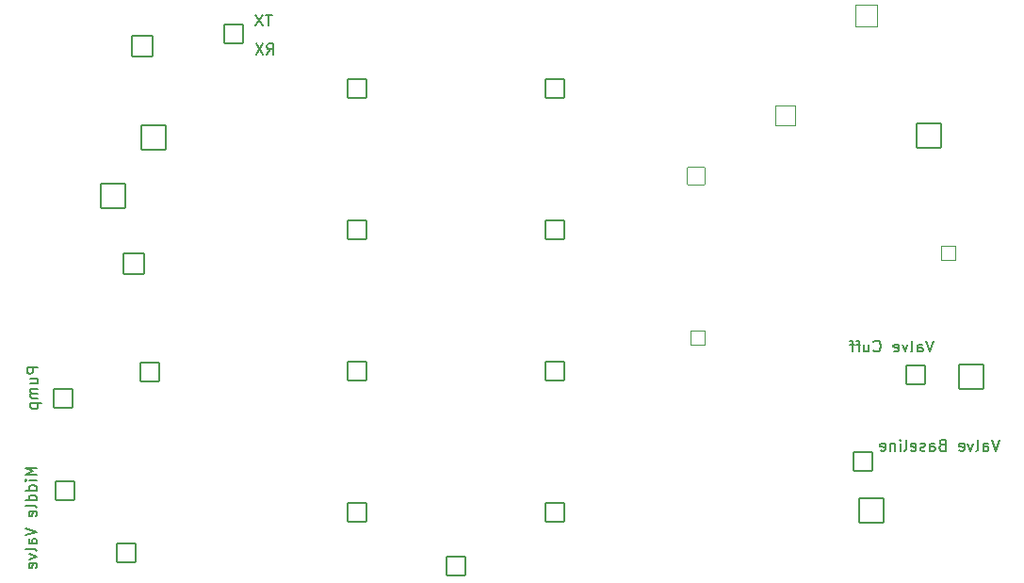
<source format=gbo>
%TF.GenerationSoftware,KiCad,Pcbnew,7.0.9*%
%TF.CreationDate,2024-06-04T21:04:58+02:00*%
%TF.ProjectId,Differential,44696666-6572-4656-9e74-69616c2e6b69,rev?*%
%TF.SameCoordinates,Original*%
%TF.FileFunction,Legend,Bot*%
%TF.FilePolarity,Positive*%
%FSLAX46Y46*%
G04 Gerber Fmt 4.6, Leading zero omitted, Abs format (unit mm)*
G04 Created by KiCad (PCBNEW 7.0.9) date 2024-06-04 21:04:58*
%MOMM*%
%LPD*%
G01*
G04 APERTURE LIST*
G04 Aperture macros list*
%AMRoundRect*
0 Rectangle with rounded corners*
0 $1 Rounding radius*
0 $2 $3 $4 $5 $6 $7 $8 $9 X,Y pos of 4 corners*
0 Add a 4 corners polygon primitive as box body*
4,1,4,$2,$3,$4,$5,$6,$7,$8,$9,$2,$3,0*
0 Add four circle primitives for the rounded corners*
1,1,$1+$1,$2,$3*
1,1,$1+$1,$4,$5*
1,1,$1+$1,$6,$7*
1,1,$1+$1,$8,$9*
0 Add four rect primitives between the rounded corners*
20,1,$1+$1,$2,$3,$4,$5,0*
20,1,$1+$1,$4,$5,$6,$7,0*
20,1,$1+$1,$6,$7,$8,$9,0*
20,1,$1+$1,$8,$9,$2,$3,0*%
G04 Aperture macros list end*
%ADD10C,0.150000*%
%ADD11RoundRect,0.050000X1.100000X1.100000X-1.100000X1.100000X-1.100000X-1.100000X1.100000X-1.100000X0*%
%ADD12O,2.300000X2.300000*%
%ADD13RoundRect,0.050000X-0.900000X-0.900000X0.900000X-0.900000X0.900000X0.900000X-0.900000X0.900000X0*%
%ADD14C,1.900000*%
%ADD15RoundRect,0.102000X0.925000X0.925000X-0.925000X0.925000X-0.925000X-0.925000X0.925000X-0.925000X0*%
%ADD16C,2.054000*%
%ADD17RoundRect,0.050000X-1.100000X-1.100000X1.100000X-1.100000X1.100000X1.100000X-1.100000X1.100000X0*%
%ADD18RoundRect,0.050000X0.850000X0.850000X-0.850000X0.850000X-0.850000X-0.850000X0.850000X-0.850000X0*%
%ADD19O,1.800000X1.800000*%
%ADD20RoundRect,0.050000X0.850000X-0.850000X0.850000X0.850000X-0.850000X0.850000X-0.850000X-0.850000X0*%
%ADD21RoundRect,0.050000X-0.650000X-0.650000X0.650000X-0.650000X0.650000X0.650000X-0.650000X0.650000X0*%
%ADD22C,1.400000*%
%ADD23O,1.200000X1.800000*%
%ADD24RoundRect,0.050000X-0.850000X-0.850000X0.850000X-0.850000X0.850000X0.850000X-0.850000X0.850000X0*%
%ADD25O,1.900000X1.900000*%
%ADD26O,1.600000X1.600000*%
%ADD27RoundRect,0.050000X-0.850000X0.850000X-0.850000X-0.850000X0.850000X-0.850000X0.850000X0.850000X0*%
%ADD28RoundRect,0.050000X-1.000000X0.952500X-1.000000X-0.952500X1.000000X-0.952500X1.000000X0.952500X0*%
%ADD29O,2.100000X2.005000*%
%ADD30RoundRect,0.050000X1.100000X-1.100000X1.100000X1.100000X-1.100000X1.100000X-1.100000X-1.100000X0*%
%ADD31O,1.700000X1.700000*%
%ADD32RoundRect,0.050000X-0.800000X-0.800000X0.800000X-0.800000X0.800000X0.800000X-0.800000X0.800000X0*%
G04 APERTURE END LIST*
D10*
X175656077Y-94469819D02*
X175084649Y-94469819D01*
X175370363Y-95469819D02*
X175370363Y-94469819D01*
X174846553Y-94469819D02*
X174179887Y-95469819D01*
X174179887Y-94469819D02*
X174846553Y-95469819D01*
X154469819Y-135186779D02*
X153469819Y-135186779D01*
X153469819Y-135186779D02*
X154184104Y-135520112D01*
X154184104Y-135520112D02*
X153469819Y-135853445D01*
X153469819Y-135853445D02*
X154469819Y-135853445D01*
X154469819Y-136329636D02*
X153803152Y-136329636D01*
X153469819Y-136329636D02*
X153517438Y-136282017D01*
X153517438Y-136282017D02*
X153565057Y-136329636D01*
X153565057Y-136329636D02*
X153517438Y-136377255D01*
X153517438Y-136377255D02*
X153469819Y-136329636D01*
X153469819Y-136329636D02*
X153565057Y-136329636D01*
X154469819Y-137234397D02*
X153469819Y-137234397D01*
X154422200Y-137234397D02*
X154469819Y-137139159D01*
X154469819Y-137139159D02*
X154469819Y-136948683D01*
X154469819Y-136948683D02*
X154422200Y-136853445D01*
X154422200Y-136853445D02*
X154374580Y-136805826D01*
X154374580Y-136805826D02*
X154279342Y-136758207D01*
X154279342Y-136758207D02*
X153993628Y-136758207D01*
X153993628Y-136758207D02*
X153898390Y-136805826D01*
X153898390Y-136805826D02*
X153850771Y-136853445D01*
X153850771Y-136853445D02*
X153803152Y-136948683D01*
X153803152Y-136948683D02*
X153803152Y-137139159D01*
X153803152Y-137139159D02*
X153850771Y-137234397D01*
X154469819Y-138139159D02*
X153469819Y-138139159D01*
X154422200Y-138139159D02*
X154469819Y-138043921D01*
X154469819Y-138043921D02*
X154469819Y-137853445D01*
X154469819Y-137853445D02*
X154422200Y-137758207D01*
X154422200Y-137758207D02*
X154374580Y-137710588D01*
X154374580Y-137710588D02*
X154279342Y-137662969D01*
X154279342Y-137662969D02*
X153993628Y-137662969D01*
X153993628Y-137662969D02*
X153898390Y-137710588D01*
X153898390Y-137710588D02*
X153850771Y-137758207D01*
X153850771Y-137758207D02*
X153803152Y-137853445D01*
X153803152Y-137853445D02*
X153803152Y-138043921D01*
X153803152Y-138043921D02*
X153850771Y-138139159D01*
X154469819Y-138758207D02*
X154422200Y-138662969D01*
X154422200Y-138662969D02*
X154326961Y-138615350D01*
X154326961Y-138615350D02*
X153469819Y-138615350D01*
X154422200Y-139520112D02*
X154469819Y-139424874D01*
X154469819Y-139424874D02*
X154469819Y-139234398D01*
X154469819Y-139234398D02*
X154422200Y-139139160D01*
X154422200Y-139139160D02*
X154326961Y-139091541D01*
X154326961Y-139091541D02*
X153946009Y-139091541D01*
X153946009Y-139091541D02*
X153850771Y-139139160D01*
X153850771Y-139139160D02*
X153803152Y-139234398D01*
X153803152Y-139234398D02*
X153803152Y-139424874D01*
X153803152Y-139424874D02*
X153850771Y-139520112D01*
X153850771Y-139520112D02*
X153946009Y-139567731D01*
X153946009Y-139567731D02*
X154041247Y-139567731D01*
X154041247Y-139567731D02*
X154136485Y-139091541D01*
X153469819Y-140615351D02*
X154469819Y-140948684D01*
X154469819Y-140948684D02*
X153469819Y-141282017D01*
X154469819Y-142043922D02*
X153946009Y-142043922D01*
X153946009Y-142043922D02*
X153850771Y-141996303D01*
X153850771Y-141996303D02*
X153803152Y-141901065D01*
X153803152Y-141901065D02*
X153803152Y-141710589D01*
X153803152Y-141710589D02*
X153850771Y-141615351D01*
X154422200Y-142043922D02*
X154469819Y-141948684D01*
X154469819Y-141948684D02*
X154469819Y-141710589D01*
X154469819Y-141710589D02*
X154422200Y-141615351D01*
X154422200Y-141615351D02*
X154326961Y-141567732D01*
X154326961Y-141567732D02*
X154231723Y-141567732D01*
X154231723Y-141567732D02*
X154136485Y-141615351D01*
X154136485Y-141615351D02*
X154088866Y-141710589D01*
X154088866Y-141710589D02*
X154088866Y-141948684D01*
X154088866Y-141948684D02*
X154041247Y-142043922D01*
X154469819Y-142662970D02*
X154422200Y-142567732D01*
X154422200Y-142567732D02*
X154326961Y-142520113D01*
X154326961Y-142520113D02*
X153469819Y-142520113D01*
X153803152Y-142948685D02*
X154469819Y-143186780D01*
X154469819Y-143186780D02*
X153803152Y-143424875D01*
X154422200Y-144186780D02*
X154469819Y-144091542D01*
X154469819Y-144091542D02*
X154469819Y-143901066D01*
X154469819Y-143901066D02*
X154422200Y-143805828D01*
X154422200Y-143805828D02*
X154326961Y-143758209D01*
X154326961Y-143758209D02*
X153946009Y-143758209D01*
X153946009Y-143758209D02*
X153850771Y-143805828D01*
X153850771Y-143805828D02*
X153803152Y-143901066D01*
X153803152Y-143901066D02*
X153803152Y-144091542D01*
X153803152Y-144091542D02*
X153850771Y-144186780D01*
X153850771Y-144186780D02*
X153946009Y-144234399D01*
X153946009Y-144234399D02*
X154041247Y-144234399D01*
X154041247Y-144234399D02*
X154136485Y-143758209D01*
X175191792Y-98069819D02*
X175525125Y-97593628D01*
X175763220Y-98069819D02*
X175763220Y-97069819D01*
X175763220Y-97069819D02*
X175382268Y-97069819D01*
X175382268Y-97069819D02*
X175287030Y-97117438D01*
X175287030Y-97117438D02*
X175239411Y-97165057D01*
X175239411Y-97165057D02*
X175191792Y-97260295D01*
X175191792Y-97260295D02*
X175191792Y-97403152D01*
X175191792Y-97403152D02*
X175239411Y-97498390D01*
X175239411Y-97498390D02*
X175287030Y-97546009D01*
X175287030Y-97546009D02*
X175382268Y-97593628D01*
X175382268Y-97593628D02*
X175763220Y-97593628D01*
X174858458Y-97069819D02*
X174191792Y-98069819D01*
X174191792Y-97069819D02*
X174858458Y-98069819D01*
X241006077Y-132669819D02*
X240672744Y-133669819D01*
X240672744Y-133669819D02*
X240339411Y-132669819D01*
X239577506Y-133669819D02*
X239577506Y-133146009D01*
X239577506Y-133146009D02*
X239625125Y-133050771D01*
X239625125Y-133050771D02*
X239720363Y-133003152D01*
X239720363Y-133003152D02*
X239910839Y-133003152D01*
X239910839Y-133003152D02*
X240006077Y-133050771D01*
X239577506Y-133622200D02*
X239672744Y-133669819D01*
X239672744Y-133669819D02*
X239910839Y-133669819D01*
X239910839Y-133669819D02*
X240006077Y-133622200D01*
X240006077Y-133622200D02*
X240053696Y-133526961D01*
X240053696Y-133526961D02*
X240053696Y-133431723D01*
X240053696Y-133431723D02*
X240006077Y-133336485D01*
X240006077Y-133336485D02*
X239910839Y-133288866D01*
X239910839Y-133288866D02*
X239672744Y-133288866D01*
X239672744Y-133288866D02*
X239577506Y-133241247D01*
X238958458Y-133669819D02*
X239053696Y-133622200D01*
X239053696Y-133622200D02*
X239101315Y-133526961D01*
X239101315Y-133526961D02*
X239101315Y-132669819D01*
X238672743Y-133003152D02*
X238434648Y-133669819D01*
X238434648Y-133669819D02*
X238196553Y-133003152D01*
X237434648Y-133622200D02*
X237529886Y-133669819D01*
X237529886Y-133669819D02*
X237720362Y-133669819D01*
X237720362Y-133669819D02*
X237815600Y-133622200D01*
X237815600Y-133622200D02*
X237863219Y-133526961D01*
X237863219Y-133526961D02*
X237863219Y-133146009D01*
X237863219Y-133146009D02*
X237815600Y-133050771D01*
X237815600Y-133050771D02*
X237720362Y-133003152D01*
X237720362Y-133003152D02*
X237529886Y-133003152D01*
X237529886Y-133003152D02*
X237434648Y-133050771D01*
X237434648Y-133050771D02*
X237387029Y-133146009D01*
X237387029Y-133146009D02*
X237387029Y-133241247D01*
X237387029Y-133241247D02*
X237863219Y-133336485D01*
X235863219Y-133146009D02*
X235720362Y-133193628D01*
X235720362Y-133193628D02*
X235672743Y-133241247D01*
X235672743Y-133241247D02*
X235625124Y-133336485D01*
X235625124Y-133336485D02*
X235625124Y-133479342D01*
X235625124Y-133479342D02*
X235672743Y-133574580D01*
X235672743Y-133574580D02*
X235720362Y-133622200D01*
X235720362Y-133622200D02*
X235815600Y-133669819D01*
X235815600Y-133669819D02*
X236196552Y-133669819D01*
X236196552Y-133669819D02*
X236196552Y-132669819D01*
X236196552Y-132669819D02*
X235863219Y-132669819D01*
X235863219Y-132669819D02*
X235767981Y-132717438D01*
X235767981Y-132717438D02*
X235720362Y-132765057D01*
X235720362Y-132765057D02*
X235672743Y-132860295D01*
X235672743Y-132860295D02*
X235672743Y-132955533D01*
X235672743Y-132955533D02*
X235720362Y-133050771D01*
X235720362Y-133050771D02*
X235767981Y-133098390D01*
X235767981Y-133098390D02*
X235863219Y-133146009D01*
X235863219Y-133146009D02*
X236196552Y-133146009D01*
X234767981Y-133669819D02*
X234767981Y-133146009D01*
X234767981Y-133146009D02*
X234815600Y-133050771D01*
X234815600Y-133050771D02*
X234910838Y-133003152D01*
X234910838Y-133003152D02*
X235101314Y-133003152D01*
X235101314Y-133003152D02*
X235196552Y-133050771D01*
X234767981Y-133622200D02*
X234863219Y-133669819D01*
X234863219Y-133669819D02*
X235101314Y-133669819D01*
X235101314Y-133669819D02*
X235196552Y-133622200D01*
X235196552Y-133622200D02*
X235244171Y-133526961D01*
X235244171Y-133526961D02*
X235244171Y-133431723D01*
X235244171Y-133431723D02*
X235196552Y-133336485D01*
X235196552Y-133336485D02*
X235101314Y-133288866D01*
X235101314Y-133288866D02*
X234863219Y-133288866D01*
X234863219Y-133288866D02*
X234767981Y-133241247D01*
X234339409Y-133622200D02*
X234244171Y-133669819D01*
X234244171Y-133669819D02*
X234053695Y-133669819D01*
X234053695Y-133669819D02*
X233958457Y-133622200D01*
X233958457Y-133622200D02*
X233910838Y-133526961D01*
X233910838Y-133526961D02*
X233910838Y-133479342D01*
X233910838Y-133479342D02*
X233958457Y-133384104D01*
X233958457Y-133384104D02*
X234053695Y-133336485D01*
X234053695Y-133336485D02*
X234196552Y-133336485D01*
X234196552Y-133336485D02*
X234291790Y-133288866D01*
X234291790Y-133288866D02*
X234339409Y-133193628D01*
X234339409Y-133193628D02*
X234339409Y-133146009D01*
X234339409Y-133146009D02*
X234291790Y-133050771D01*
X234291790Y-133050771D02*
X234196552Y-133003152D01*
X234196552Y-133003152D02*
X234053695Y-133003152D01*
X234053695Y-133003152D02*
X233958457Y-133050771D01*
X233101314Y-133622200D02*
X233196552Y-133669819D01*
X233196552Y-133669819D02*
X233387028Y-133669819D01*
X233387028Y-133669819D02*
X233482266Y-133622200D01*
X233482266Y-133622200D02*
X233529885Y-133526961D01*
X233529885Y-133526961D02*
X233529885Y-133146009D01*
X233529885Y-133146009D02*
X233482266Y-133050771D01*
X233482266Y-133050771D02*
X233387028Y-133003152D01*
X233387028Y-133003152D02*
X233196552Y-133003152D01*
X233196552Y-133003152D02*
X233101314Y-133050771D01*
X233101314Y-133050771D02*
X233053695Y-133146009D01*
X233053695Y-133146009D02*
X233053695Y-133241247D01*
X233053695Y-133241247D02*
X233529885Y-133336485D01*
X232482266Y-133669819D02*
X232577504Y-133622200D01*
X232577504Y-133622200D02*
X232625123Y-133526961D01*
X232625123Y-133526961D02*
X232625123Y-132669819D01*
X232101313Y-133669819D02*
X232101313Y-133003152D01*
X232101313Y-132669819D02*
X232148932Y-132717438D01*
X232148932Y-132717438D02*
X232101313Y-132765057D01*
X232101313Y-132765057D02*
X232053694Y-132717438D01*
X232053694Y-132717438D02*
X232101313Y-132669819D01*
X232101313Y-132669819D02*
X232101313Y-132765057D01*
X231625123Y-133003152D02*
X231625123Y-133669819D01*
X231625123Y-133098390D02*
X231577504Y-133050771D01*
X231577504Y-133050771D02*
X231482266Y-133003152D01*
X231482266Y-133003152D02*
X231339409Y-133003152D01*
X231339409Y-133003152D02*
X231244171Y-133050771D01*
X231244171Y-133050771D02*
X231196552Y-133146009D01*
X231196552Y-133146009D02*
X231196552Y-133669819D01*
X230339409Y-133622200D02*
X230434647Y-133669819D01*
X230434647Y-133669819D02*
X230625123Y-133669819D01*
X230625123Y-133669819D02*
X230720361Y-133622200D01*
X230720361Y-133622200D02*
X230767980Y-133526961D01*
X230767980Y-133526961D02*
X230767980Y-133146009D01*
X230767980Y-133146009D02*
X230720361Y-133050771D01*
X230720361Y-133050771D02*
X230625123Y-133003152D01*
X230625123Y-133003152D02*
X230434647Y-133003152D01*
X230434647Y-133003152D02*
X230339409Y-133050771D01*
X230339409Y-133050771D02*
X230291790Y-133146009D01*
X230291790Y-133146009D02*
X230291790Y-133241247D01*
X230291790Y-133241247D02*
X230767980Y-133336485D01*
X235106077Y-123769819D02*
X234772744Y-124769819D01*
X234772744Y-124769819D02*
X234439411Y-123769819D01*
X233677506Y-124769819D02*
X233677506Y-124246009D01*
X233677506Y-124246009D02*
X233725125Y-124150771D01*
X233725125Y-124150771D02*
X233820363Y-124103152D01*
X233820363Y-124103152D02*
X234010839Y-124103152D01*
X234010839Y-124103152D02*
X234106077Y-124150771D01*
X233677506Y-124722200D02*
X233772744Y-124769819D01*
X233772744Y-124769819D02*
X234010839Y-124769819D01*
X234010839Y-124769819D02*
X234106077Y-124722200D01*
X234106077Y-124722200D02*
X234153696Y-124626961D01*
X234153696Y-124626961D02*
X234153696Y-124531723D01*
X234153696Y-124531723D02*
X234106077Y-124436485D01*
X234106077Y-124436485D02*
X234010839Y-124388866D01*
X234010839Y-124388866D02*
X233772744Y-124388866D01*
X233772744Y-124388866D02*
X233677506Y-124341247D01*
X233058458Y-124769819D02*
X233153696Y-124722200D01*
X233153696Y-124722200D02*
X233201315Y-124626961D01*
X233201315Y-124626961D02*
X233201315Y-123769819D01*
X232772743Y-124103152D02*
X232534648Y-124769819D01*
X232534648Y-124769819D02*
X232296553Y-124103152D01*
X231534648Y-124722200D02*
X231629886Y-124769819D01*
X231629886Y-124769819D02*
X231820362Y-124769819D01*
X231820362Y-124769819D02*
X231915600Y-124722200D01*
X231915600Y-124722200D02*
X231963219Y-124626961D01*
X231963219Y-124626961D02*
X231963219Y-124246009D01*
X231963219Y-124246009D02*
X231915600Y-124150771D01*
X231915600Y-124150771D02*
X231820362Y-124103152D01*
X231820362Y-124103152D02*
X231629886Y-124103152D01*
X231629886Y-124103152D02*
X231534648Y-124150771D01*
X231534648Y-124150771D02*
X231487029Y-124246009D01*
X231487029Y-124246009D02*
X231487029Y-124341247D01*
X231487029Y-124341247D02*
X231963219Y-124436485D01*
X229725124Y-124674580D02*
X229772743Y-124722200D01*
X229772743Y-124722200D02*
X229915600Y-124769819D01*
X229915600Y-124769819D02*
X230010838Y-124769819D01*
X230010838Y-124769819D02*
X230153695Y-124722200D01*
X230153695Y-124722200D02*
X230248933Y-124626961D01*
X230248933Y-124626961D02*
X230296552Y-124531723D01*
X230296552Y-124531723D02*
X230344171Y-124341247D01*
X230344171Y-124341247D02*
X230344171Y-124198390D01*
X230344171Y-124198390D02*
X230296552Y-124007914D01*
X230296552Y-124007914D02*
X230248933Y-123912676D01*
X230248933Y-123912676D02*
X230153695Y-123817438D01*
X230153695Y-123817438D02*
X230010838Y-123769819D01*
X230010838Y-123769819D02*
X229915600Y-123769819D01*
X229915600Y-123769819D02*
X229772743Y-123817438D01*
X229772743Y-123817438D02*
X229725124Y-123865057D01*
X228867981Y-124103152D02*
X228867981Y-124769819D01*
X229296552Y-124103152D02*
X229296552Y-124626961D01*
X229296552Y-124626961D02*
X229248933Y-124722200D01*
X229248933Y-124722200D02*
X229153695Y-124769819D01*
X229153695Y-124769819D02*
X229010838Y-124769819D01*
X229010838Y-124769819D02*
X228915600Y-124722200D01*
X228915600Y-124722200D02*
X228867981Y-124674580D01*
X228534647Y-124103152D02*
X228153695Y-124103152D01*
X228391790Y-124769819D02*
X228391790Y-123912676D01*
X228391790Y-123912676D02*
X228344171Y-123817438D01*
X228344171Y-123817438D02*
X228248933Y-123769819D01*
X228248933Y-123769819D02*
X228153695Y-123769819D01*
X227963218Y-124103152D02*
X227582266Y-124103152D01*
X227820361Y-124769819D02*
X227820361Y-123912676D01*
X227820361Y-123912676D02*
X227772742Y-123817438D01*
X227772742Y-123817438D02*
X227677504Y-123769819D01*
X227677504Y-123769819D02*
X227582266Y-123769819D01*
X154619819Y-126186779D02*
X153619819Y-126186779D01*
X153619819Y-126186779D02*
X153619819Y-126567731D01*
X153619819Y-126567731D02*
X153667438Y-126662969D01*
X153667438Y-126662969D02*
X153715057Y-126710588D01*
X153715057Y-126710588D02*
X153810295Y-126758207D01*
X153810295Y-126758207D02*
X153953152Y-126758207D01*
X153953152Y-126758207D02*
X154048390Y-126710588D01*
X154048390Y-126710588D02*
X154096009Y-126662969D01*
X154096009Y-126662969D02*
X154143628Y-126567731D01*
X154143628Y-126567731D02*
X154143628Y-126186779D01*
X153953152Y-127615350D02*
X154619819Y-127615350D01*
X153953152Y-127186779D02*
X154476961Y-127186779D01*
X154476961Y-127186779D02*
X154572200Y-127234398D01*
X154572200Y-127234398D02*
X154619819Y-127329636D01*
X154619819Y-127329636D02*
X154619819Y-127472493D01*
X154619819Y-127472493D02*
X154572200Y-127567731D01*
X154572200Y-127567731D02*
X154524580Y-127615350D01*
X154619819Y-128091541D02*
X153953152Y-128091541D01*
X154048390Y-128091541D02*
X154000771Y-128139160D01*
X154000771Y-128139160D02*
X153953152Y-128234398D01*
X153953152Y-128234398D02*
X153953152Y-128377255D01*
X153953152Y-128377255D02*
X154000771Y-128472493D01*
X154000771Y-128472493D02*
X154096009Y-128520112D01*
X154096009Y-128520112D02*
X154619819Y-128520112D01*
X154096009Y-128520112D02*
X154000771Y-128567731D01*
X154000771Y-128567731D02*
X153953152Y-128662969D01*
X153953152Y-128662969D02*
X153953152Y-128805826D01*
X153953152Y-128805826D02*
X154000771Y-128901065D01*
X154000771Y-128901065D02*
X154096009Y-128948684D01*
X154096009Y-128948684D02*
X154619819Y-128948684D01*
X153953152Y-129424874D02*
X154953152Y-129424874D01*
X154000771Y-129424874D02*
X153953152Y-129520112D01*
X153953152Y-129520112D02*
X153953152Y-129710588D01*
X153953152Y-129710588D02*
X154000771Y-129805826D01*
X154000771Y-129805826D02*
X154048390Y-129853445D01*
X154048390Y-129853445D02*
X154143628Y-129901064D01*
X154143628Y-129901064D02*
X154429342Y-129901064D01*
X154429342Y-129901064D02*
X154524580Y-129853445D01*
X154524580Y-129853445D02*
X154572200Y-129805826D01*
X154572200Y-129805826D02*
X154619819Y-129710588D01*
X154619819Y-129710588D02*
X154619819Y-129520112D01*
X154619819Y-129520112D02*
X154572200Y-129424874D01*
%LPC*%
D11*
%TO.C,D6*%
X229482183Y-139070000D03*
D12*
X225672183Y-139070000D03*
%TD*%
%TO.C,D3*%
X161200000Y-105550000D03*
D11*
X165010000Y-105550000D03*
%TD*%
D13*
%TO.C,D1*%
X221810000Y-103600000D03*
D14*
X224350000Y-103600000D03*
%TD*%
D15*
%TO.C,Q2*%
X163240000Y-116840000D03*
D16*
X160700000Y-116840000D03*
X158160000Y-116840000D03*
%TD*%
D17*
%TO.C,D2*%
X234667818Y-105320000D03*
D12*
X238477818Y-105320000D03*
%TD*%
D18*
%TO.C,J3*%
X156885000Y-128990000D03*
D19*
X156885000Y-126450000D03*
%TD*%
D20*
%TO.C,J5*%
X162570000Y-142820000D03*
D19*
X165110000Y-142820000D03*
X167650000Y-142820000D03*
X170190000Y-142820000D03*
X172730000Y-142820000D03*
X175270000Y-142820000D03*
%TD*%
D21*
%TO.C,Q3*%
X236470000Y-115920000D03*
D22*
X237740000Y-114650000D03*
X239010000Y-115920000D03*
%TD*%
D23*
%TO.C,J1*%
X222295000Y-97420000D03*
X222295000Y-93620000D03*
X213655000Y-97420000D03*
X213655000Y-93620000D03*
%TD*%
D24*
%TO.C,J4*%
X164635000Y-126570000D03*
D19*
X164635000Y-129110000D03*
X164635000Y-131650000D03*
X164635000Y-134190000D03*
%TD*%
%TO.C,U2*%
X194700000Y-144070000D03*
D24*
X192160000Y-144070000D03*
D19*
X189620000Y-144070000D03*
X201050000Y-96040000D03*
X201050000Y-98580000D03*
D24*
X201050000Y-101120000D03*
D19*
X201050000Y-103660000D03*
X201050000Y-106200000D03*
X201050000Y-108740000D03*
X201050000Y-111280000D03*
D24*
X201050000Y-113820000D03*
D19*
X201050000Y-116360000D03*
X201050000Y-118900000D03*
X201050000Y-121440000D03*
X201050000Y-123980000D03*
D24*
X201050000Y-126520000D03*
D19*
X201050000Y-129060000D03*
X201050000Y-131600000D03*
X201050000Y-134140000D03*
X201050000Y-136680000D03*
D24*
X201050000Y-139220000D03*
D19*
X201050000Y-141760000D03*
X201050000Y-144300000D03*
X183270000Y-144300000D03*
X183270000Y-141760000D03*
D24*
X183270000Y-139220000D03*
D19*
X183270000Y-136680000D03*
X183270000Y-134140000D03*
X183270000Y-131600000D03*
X183270000Y-129060000D03*
D24*
X183270000Y-126520000D03*
D19*
X183270000Y-123980000D03*
X183270000Y-121440000D03*
X183270000Y-118900000D03*
X183270000Y-116360000D03*
D24*
X183270000Y-113820000D03*
D19*
X183270000Y-111280000D03*
X183270000Y-108740000D03*
X183270000Y-106200000D03*
X183270000Y-103660000D03*
D24*
X183270000Y-101120000D03*
D19*
X183270000Y-98580000D03*
X183270000Y-96040000D03*
D25*
X194885000Y-96170000D03*
D26*
X194585000Y-99200000D03*
X189735000Y-99200000D03*
D25*
X189435000Y-96170000D03*
%TD*%
D21*
%TO.C,Q4*%
X213960000Y-123570000D03*
D22*
X215230000Y-122300000D03*
X216500000Y-123570000D03*
%TD*%
D27*
%TO.C,J7*%
X228785000Y-134670000D03*
D19*
X226245000Y-134670000D03*
%TD*%
D28*
%TO.C,U1*%
X229060000Y-94630000D03*
D29*
X229060000Y-97170000D03*
X229060000Y-99710000D03*
%TD*%
D27*
%TO.C,J6*%
X233535000Y-126870000D03*
D19*
X230995000Y-126870000D03*
%TD*%
D15*
%TO.C,Q1*%
X163990000Y-97260000D03*
D16*
X161450000Y-97260000D03*
X158910000Y-97260000D03*
%TD*%
D24*
%TO.C,J2*%
X157035000Y-137250000D03*
D19*
X157035000Y-139790000D03*
%TD*%
D30*
%TO.C,D5*%
X238510000Y-127007183D03*
D12*
X238510000Y-123197183D03*
%TD*%
D17*
%TO.C,D4*%
X161390000Y-110750000D03*
D12*
X165200000Y-110750000D03*
%TD*%
D31*
%TO.C,U3*%
X221420000Y-108950000D03*
X221420000Y-111490000D03*
X221420000Y-114030000D03*
X221420000Y-116570000D03*
X213800000Y-116570000D03*
X213800000Y-114030000D03*
X213800000Y-111490000D03*
D32*
X213800000Y-108950000D03*
%TD*%
D24*
%TO.C,J8*%
X172210000Y-96180000D03*
D19*
X172210000Y-98720000D03*
X172210000Y-101260000D03*
%TD*%
%LPD*%
M02*

</source>
